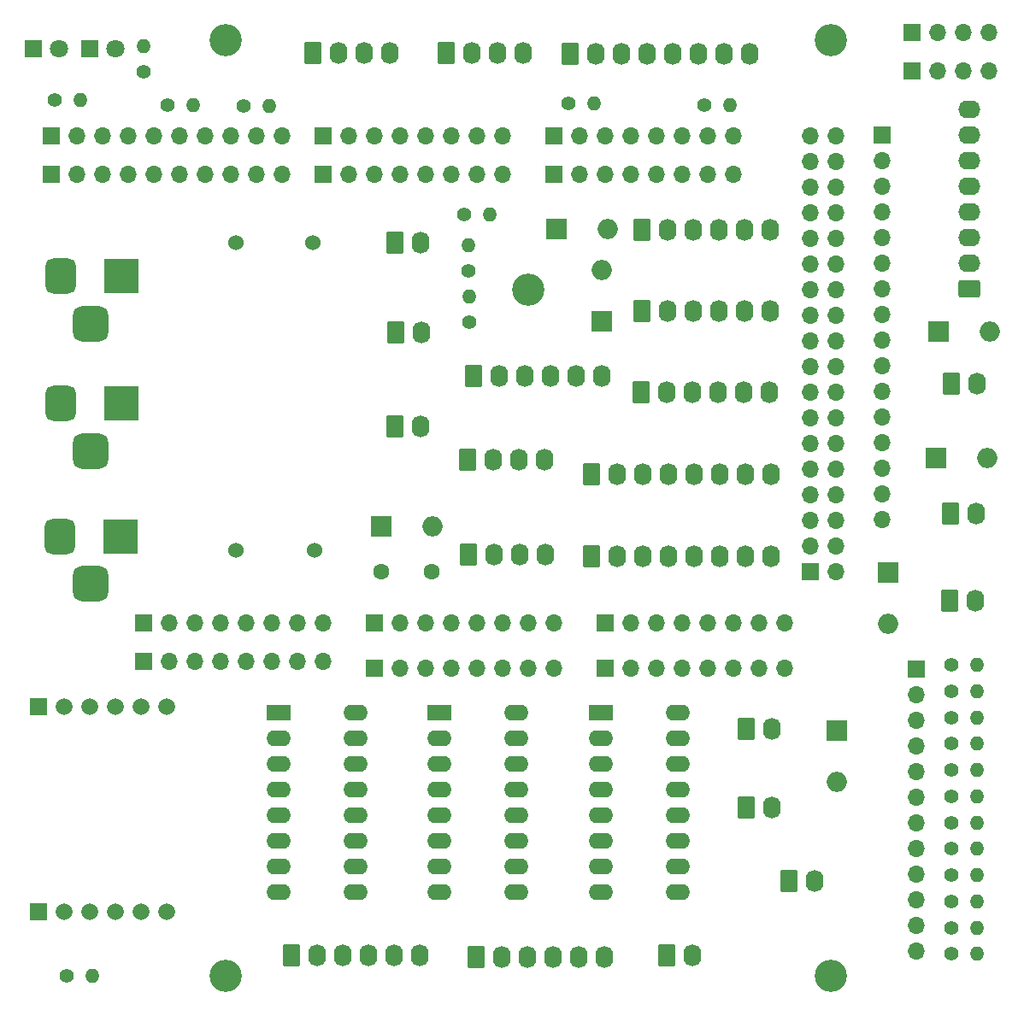
<source format=gbr>
%TF.GenerationSoftware,KiCad,Pcbnew,8.0.2-1*%
%TF.CreationDate,2024-08-19T19:44:12+10:00*%
%TF.ProjectId,Forward Console Combined Input and Output,466f7277-6172-4642-9043-6f6e736f6c65,rev?*%
%TF.SameCoordinates,Original*%
%TF.FileFunction,Soldermask,Bot*%
%TF.FilePolarity,Negative*%
%FSLAX46Y46*%
G04 Gerber Fmt 4.6, Leading zero omitted, Abs format (unit mm)*
G04 Created by KiCad (PCBNEW 8.0.2-1) date 2024-08-19 19:44:12*
%MOMM*%
%LPD*%
G01*
G04 APERTURE LIST*
G04 Aperture macros list*
%AMRoundRect*
0 Rectangle with rounded corners*
0 $1 Rounding radius*
0 $2 $3 $4 $5 $6 $7 $8 $9 X,Y pos of 4 corners*
0 Add a 4 corners polygon primitive as box body*
4,1,4,$2,$3,$4,$5,$6,$7,$8,$9,$2,$3,0*
0 Add four circle primitives for the rounded corners*
1,1,$1+$1,$2,$3*
1,1,$1+$1,$4,$5*
1,1,$1+$1,$6,$7*
1,1,$1+$1,$8,$9*
0 Add four rect primitives between the rounded corners*
20,1,$1+$1,$2,$3,$4,$5,0*
20,1,$1+$1,$4,$5,$6,$7,0*
20,1,$1+$1,$6,$7,$8,$9,0*
20,1,$1+$1,$8,$9,$2,$3,0*%
G04 Aperture macros list end*
%ADD10R,2.000000X2.000000*%
%ADD11O,2.000000X2.000000*%
%ADD12RoundRect,0.250000X-0.620000X-0.845000X0.620000X-0.845000X0.620000X0.845000X-0.620000X0.845000X0*%
%ADD13O,1.740000X2.190000*%
%ADD14R,1.700000X1.700000*%
%ADD15O,1.700000X1.700000*%
%ADD16C,1.400000*%
%ADD17O,1.400000X1.400000*%
%ADD18R,2.400000X1.600000*%
%ADD19O,2.400000X1.600000*%
%ADD20C,3.200000*%
%ADD21R,3.500000X3.500000*%
%ADD22RoundRect,0.750000X-0.750000X-1.000000X0.750000X-1.000000X0.750000X1.000000X-0.750000X1.000000X0*%
%ADD23RoundRect,0.875000X-0.875000X-0.875000X0.875000X-0.875000X0.875000X0.875000X-0.875000X0.875000X0*%
%ADD24RoundRect,0.250000X0.845000X-0.620000X0.845000X0.620000X-0.845000X0.620000X-0.845000X-0.620000X0*%
%ADD25O,2.190000X1.740000*%
%ADD26C,1.524000*%
%ADD27R,1.800000X1.800000*%
%ADD28C,1.800000*%
%ADD29R,1.665000X1.665000*%
%ADD30C,1.665000*%
%ADD31C,1.600000*%
G04 APERTURE END LIST*
D10*
%TO.C,D28*%
X168810000Y-58400000D03*
D11*
X173890000Y-58400000D03*
%TD*%
D10*
%TO.C,D25*%
X173300000Y-67590000D03*
D11*
X173300000Y-62510000D03*
%TD*%
D12*
%TO.C,J55*%
X160600000Y-73000000D03*
D13*
X163140000Y-73000000D03*
X165680000Y-73000000D03*
X168220000Y-73000000D03*
X170760000Y-73000000D03*
X173300000Y-73000000D03*
%TD*%
D14*
%TO.C,J45*%
X193980000Y-92380000D03*
D15*
X196520000Y-92380000D03*
X193980000Y-89840000D03*
X196520000Y-89840000D03*
X193980000Y-87300000D03*
X196520000Y-87300000D03*
X193980000Y-84760000D03*
X196520000Y-84760000D03*
X193980000Y-82220000D03*
X196520000Y-82220000D03*
X193980000Y-79680000D03*
X196520000Y-79680000D03*
X193980000Y-77140000D03*
X196520000Y-77140000D03*
X193980000Y-74600000D03*
X196520000Y-74600000D03*
X193980000Y-72060000D03*
X196520000Y-72060000D03*
X193980000Y-69520000D03*
X196520000Y-69520000D03*
X193980000Y-66980000D03*
X196520000Y-66980000D03*
X193980000Y-64440000D03*
X196520000Y-64440000D03*
X193980000Y-61900000D03*
X196520000Y-61900000D03*
X193980000Y-59360000D03*
X196520000Y-59360000D03*
X193980000Y-56820000D03*
X196520000Y-56820000D03*
X193980000Y-54280000D03*
X196520000Y-54280000D03*
X193980000Y-51740000D03*
X196520000Y-51740000D03*
X193980000Y-49200000D03*
X196520000Y-49200000D03*
%TD*%
D14*
%TO.C,J42*%
X127940000Y-97460000D03*
D15*
X130480000Y-97460000D03*
X133020000Y-97460000D03*
X135560000Y-97460000D03*
X138100000Y-97460000D03*
X140640000Y-97460000D03*
X143180000Y-97460000D03*
X145720000Y-97460000D03*
%TD*%
D14*
%TO.C,J43*%
X150800000Y-97460000D03*
D15*
X153340000Y-97460000D03*
X155880000Y-97460000D03*
X158420000Y-97460000D03*
X160960000Y-97460000D03*
X163500000Y-97460000D03*
X166040000Y-97460000D03*
X168580000Y-97460000D03*
%TD*%
D14*
%TO.C,J44*%
X173660000Y-97460000D03*
D15*
X176200000Y-97460000D03*
X178740000Y-97460000D03*
X181280000Y-97460000D03*
X183820000Y-97460000D03*
X186360000Y-97460000D03*
X188900000Y-97460000D03*
X191440000Y-97460000D03*
%TD*%
D14*
%TO.C,J46*%
X118796000Y-49200000D03*
D15*
X121336000Y-49200000D03*
X123876000Y-49200000D03*
X126416000Y-49200000D03*
X128956000Y-49200000D03*
X131496000Y-49200000D03*
X134036000Y-49200000D03*
X136576000Y-49200000D03*
X139116000Y-49200000D03*
X141656000Y-49200000D03*
%TD*%
D14*
%TO.C,J47*%
X145720000Y-49200000D03*
D15*
X148260000Y-49200000D03*
X150800000Y-49200000D03*
X153340000Y-49200000D03*
X155880000Y-49200000D03*
X158420000Y-49200000D03*
X160960000Y-49200000D03*
X163500000Y-49200000D03*
%TD*%
D14*
%TO.C,J48*%
X168580000Y-49200000D03*
D15*
X171120000Y-49200000D03*
X173660000Y-49200000D03*
X176200000Y-49200000D03*
X178740000Y-49200000D03*
X181280000Y-49200000D03*
X183820000Y-49200000D03*
X186360000Y-49200000D03*
%TD*%
D12*
%TO.C,J13*%
X172260000Y-82700000D03*
D13*
X174800000Y-82700000D03*
X177340000Y-82700000D03*
X179880000Y-82700000D03*
X182420000Y-82700000D03*
X184960000Y-82700000D03*
X187500000Y-82700000D03*
X190040000Y-82700000D03*
%TD*%
D12*
%TO.C,J57*%
X157860000Y-41000000D03*
D13*
X160400000Y-41000000D03*
X162940000Y-41000000D03*
X165480000Y-41000000D03*
%TD*%
D16*
%TO.C,R4*%
X119100000Y-45644000D03*
D17*
X121640000Y-45644000D03*
%TD*%
D16*
%TO.C,R16*%
X207900000Y-101590000D03*
D17*
X210440000Y-101590000D03*
%TD*%
D18*
%TO.C,U2*%
X173180000Y-106310000D03*
D19*
X173180000Y-108850000D03*
X173180000Y-111390000D03*
X173180000Y-113930000D03*
X173180000Y-116470000D03*
X173180000Y-119010000D03*
X173180000Y-121550000D03*
X173180000Y-124090000D03*
X180800000Y-124090000D03*
X180800000Y-121550000D03*
X180800000Y-119010000D03*
X180800000Y-116470000D03*
X180800000Y-113930000D03*
X180800000Y-111390000D03*
X180800000Y-108850000D03*
X180800000Y-106310000D03*
%TD*%
D12*
%TO.C,J3*%
X187580000Y-115720000D03*
D13*
X190120000Y-115720000D03*
%TD*%
D16*
%TO.C,R32*%
X137850000Y-46200000D03*
D17*
X140390000Y-46200000D03*
%TD*%
D16*
%TO.C,R19*%
X207900000Y-109403600D03*
D17*
X210440000Y-109403600D03*
%TD*%
D16*
%TO.C,R5*%
X120325000Y-132385000D03*
D17*
X122865000Y-132385000D03*
%TD*%
D12*
%TO.C,J51*%
X160830000Y-130500000D03*
D13*
X163370000Y-130500000D03*
X165910000Y-130500000D03*
X168450000Y-130500000D03*
X170990000Y-130500000D03*
X173530000Y-130500000D03*
%TD*%
D14*
%TO.C,J33*%
X173660000Y-101905000D03*
D15*
X176200000Y-101905000D03*
X178740000Y-101905000D03*
X181280000Y-101905000D03*
X183820000Y-101905000D03*
X186360000Y-101905000D03*
X188900000Y-101905000D03*
X191440000Y-101905000D03*
%TD*%
D10*
%TO.C,D24*%
X206660000Y-68600000D03*
D11*
X211740000Y-68600000D03*
%TD*%
D12*
%TO.C,J56*%
X160010000Y-81300000D03*
D13*
X162550000Y-81300000D03*
X165090000Y-81300000D03*
X167630000Y-81300000D03*
%TD*%
D20*
%TO.C,H2*%
X196020000Y-132385000D03*
%TD*%
D14*
%TO.C,J2*%
X204450000Y-102000000D03*
D15*
X204450000Y-104540000D03*
X204450000Y-107080000D03*
X204450000Y-109620000D03*
X204450000Y-112160000D03*
X204450000Y-114700000D03*
X204450000Y-117240000D03*
X204450000Y-119780000D03*
X204450000Y-122320000D03*
X204450000Y-124860000D03*
X204450000Y-127400000D03*
X204450000Y-129940000D03*
%TD*%
D10*
%TO.C,D8*%
X206410000Y-81100000D03*
D11*
X211490000Y-81100000D03*
%TD*%
D10*
%TO.C,D22*%
X196550000Y-108100000D03*
D11*
X196550000Y-113180000D03*
%TD*%
D12*
%TO.C,J53*%
X191880000Y-122970000D03*
D13*
X194420000Y-122970000D03*
%TD*%
D12*
%TO.C,J5*%
X177160000Y-74550000D03*
D13*
X179700000Y-74550000D03*
X182240000Y-74550000D03*
X184780000Y-74550000D03*
X187320000Y-74550000D03*
X189860000Y-74550000D03*
%TD*%
D21*
%TO.C,J54*%
X125700000Y-75700000D03*
D22*
X119700000Y-75700000D03*
D23*
X122700000Y-80400000D03*
%TD*%
D14*
%TO.C,J41*%
X127940000Y-101270000D03*
D15*
X130480000Y-101270000D03*
X133020000Y-101270000D03*
X135560000Y-101270000D03*
X138100000Y-101270000D03*
X140640000Y-101270000D03*
X143180000Y-101270000D03*
X145720000Y-101270000D03*
%TD*%
D12*
%TO.C,J63*%
X152840000Y-59720000D03*
D13*
X155380000Y-59720000D03*
%TD*%
D12*
%TO.C,J23*%
X187580000Y-107970000D03*
D13*
X190120000Y-107970000D03*
%TD*%
D16*
%TO.C,R1*%
X160150000Y-67620000D03*
D17*
X160150000Y-65080000D03*
%TD*%
D12*
%TO.C,J58*%
X144690000Y-40970000D03*
D13*
X147230000Y-40970000D03*
X149770000Y-40970000D03*
X152310000Y-40970000D03*
%TD*%
D14*
%TO.C,J10*%
X204000000Y-42760000D03*
D15*
X206540000Y-42760000D03*
X209080000Y-42760000D03*
X211620000Y-42760000D03*
%TD*%
D16*
%TO.C,R18*%
X207900000Y-106799100D03*
D17*
X210440000Y-106799100D03*
%TD*%
D16*
%TO.C,R30*%
X183460000Y-46100000D03*
D17*
X186000000Y-46100000D03*
%TD*%
D12*
%TO.C,J28*%
X207930000Y-73720000D03*
D13*
X210470000Y-73720000D03*
%TD*%
D16*
%TO.C,R20*%
X207900000Y-112008200D03*
D17*
X210440000Y-112008200D03*
%TD*%
D12*
%TO.C,J36*%
X177260000Y-58450000D03*
D13*
X179800000Y-58450000D03*
X182340000Y-58450000D03*
X184880000Y-58450000D03*
X187420000Y-58450000D03*
X189960000Y-58450000D03*
%TD*%
D12*
%TO.C,J17*%
X160120000Y-90670000D03*
D13*
X162660000Y-90670000D03*
X165200000Y-90670000D03*
X167740000Y-90670000D03*
%TD*%
D16*
%TO.C,R21*%
X207900000Y-114612700D03*
D17*
X210440000Y-114612700D03*
%TD*%
D12*
%TO.C,J62*%
X152780000Y-77970000D03*
D13*
X155320000Y-77970000D03*
%TD*%
D12*
%TO.C,J18*%
X207880000Y-86570000D03*
D13*
X210420000Y-86570000D03*
%TD*%
D20*
%TO.C,H3*%
X196020000Y-39675000D03*
%TD*%
D16*
%TO.C,R27*%
X207900000Y-130240000D03*
D17*
X210440000Y-130240000D03*
%TD*%
D14*
%TO.C,J26*%
X168580000Y-53010000D03*
D15*
X171120000Y-53010000D03*
X173660000Y-53010000D03*
X176200000Y-53010000D03*
X178740000Y-53010000D03*
X181280000Y-53010000D03*
X183820000Y-53010000D03*
X186360000Y-53010000D03*
%TD*%
D16*
%TO.C,R17*%
X207900000Y-104194500D03*
D17*
X210440000Y-104194500D03*
%TD*%
D24*
%TO.C,J12*%
X209700000Y-64340000D03*
D25*
X209700000Y-61800000D03*
X209700000Y-59260000D03*
X209700000Y-56720000D03*
X209700000Y-54180000D03*
X209700000Y-51640000D03*
X209700000Y-49100000D03*
X209700000Y-46560000D03*
%TD*%
D16*
%TO.C,R26*%
X207900000Y-127635400D03*
D17*
X210440000Y-127635400D03*
%TD*%
D12*
%TO.C,J21*%
X170170000Y-41050000D03*
D13*
X172710000Y-41050000D03*
X175250000Y-41050000D03*
X177790000Y-41050000D03*
X180330000Y-41050000D03*
X182870000Y-41050000D03*
X185410000Y-41050000D03*
X187950000Y-41050000D03*
%TD*%
D16*
%TO.C,R23*%
X207900000Y-119821800D03*
D17*
X210440000Y-119821800D03*
%TD*%
D18*
%TO.C,U5*%
X141330000Y-106310000D03*
D19*
X141330000Y-108850000D03*
X141330000Y-111390000D03*
X141330000Y-113930000D03*
X141330000Y-116470000D03*
X141330000Y-119010000D03*
X141330000Y-121550000D03*
X141330000Y-124090000D03*
X148950000Y-124090000D03*
X148950000Y-121550000D03*
X148950000Y-119010000D03*
X148950000Y-116470000D03*
X148950000Y-113930000D03*
X148950000Y-111390000D03*
X148950000Y-108850000D03*
X148950000Y-106310000D03*
%TD*%
D12*
%TO.C,J61*%
X152930000Y-68670000D03*
D13*
X155470000Y-68670000D03*
%TD*%
D21*
%TO.C,J22*%
X125660000Y-88882500D03*
D22*
X119660000Y-88882500D03*
D23*
X122660000Y-93582500D03*
%TD*%
D14*
%TO.C,J1*%
X201050000Y-49100000D03*
D15*
X201050000Y-51640000D03*
X201050000Y-54180000D03*
X201050000Y-56720000D03*
X201050000Y-59260000D03*
X201050000Y-61800000D03*
X201050000Y-64340000D03*
X201050000Y-66880000D03*
X201050000Y-69420000D03*
X201050000Y-71960000D03*
X201050000Y-74500000D03*
X201050000Y-77040000D03*
X201050000Y-79580000D03*
X201050000Y-82120000D03*
X201050000Y-84660000D03*
X201050000Y-87200000D03*
%TD*%
D14*
%TO.C,J25*%
X145720000Y-53010000D03*
D15*
X148260000Y-53010000D03*
X150800000Y-53010000D03*
X153340000Y-53010000D03*
X155880000Y-53010000D03*
X158420000Y-53010000D03*
X160960000Y-53010000D03*
X163500000Y-53010000D03*
%TD*%
D14*
%TO.C,J32*%
X150800000Y-101905000D03*
D15*
X153340000Y-101905000D03*
X155880000Y-101905000D03*
X158420000Y-101905000D03*
X160960000Y-101905000D03*
X163500000Y-101905000D03*
X166040000Y-101905000D03*
X168580000Y-101905000D03*
%TD*%
D16*
%TO.C,R24*%
X207900000Y-122426400D03*
D17*
X210440000Y-122426400D03*
%TD*%
D12*
%TO.C,J7*%
X177260000Y-66500000D03*
D13*
X179800000Y-66500000D03*
X182340000Y-66500000D03*
X184880000Y-66500000D03*
X187420000Y-66500000D03*
X189960000Y-66500000D03*
%TD*%
D16*
%TO.C,R29*%
X170030000Y-46000000D03*
D17*
X172570000Y-46000000D03*
%TD*%
D16*
%TO.C,R25*%
X207900000Y-125030900D03*
D17*
X210440000Y-125030900D03*
%TD*%
D26*
%TO.C,U7*%
X137044000Y-59730000D03*
X144664000Y-59730000D03*
X144844000Y-90230000D03*
X137044000Y-90230000D03*
%TD*%
D18*
%TO.C,U3*%
X157255000Y-106310000D03*
D19*
X157255000Y-108850000D03*
X157255000Y-111390000D03*
X157255000Y-113930000D03*
X157255000Y-116470000D03*
X157255000Y-119010000D03*
X157255000Y-121550000D03*
X157255000Y-124090000D03*
X164875000Y-124090000D03*
X164875000Y-121550000D03*
X164875000Y-119010000D03*
X164875000Y-116470000D03*
X164875000Y-113930000D03*
X164875000Y-111390000D03*
X164875000Y-108850000D03*
X164875000Y-106310000D03*
%TD*%
D21*
%TO.C,J20*%
X125700000Y-63065000D03*
D22*
X119700000Y-63065000D03*
D23*
X122700000Y-67765000D03*
%TD*%
D27*
%TO.C,D1*%
X122601000Y-40564000D03*
D28*
X125141000Y-40564000D03*
%TD*%
D16*
%TO.C,R31*%
X130250000Y-46100000D03*
D17*
X132790000Y-46100000D03*
%TD*%
D10*
%TO.C,D7*%
X151450000Y-87900000D03*
D11*
X156530000Y-87900000D03*
%TD*%
D14*
%TO.C,J15*%
X204000000Y-38950000D03*
D15*
X206540000Y-38950000D03*
X209080000Y-38950000D03*
X211620000Y-38950000D03*
%TD*%
D16*
%TO.C,R3*%
X127940000Y-42800000D03*
D17*
X127940000Y-40260000D03*
%TD*%
D16*
%TO.C,R2*%
X160100000Y-62520000D03*
D17*
X160100000Y-59980000D03*
%TD*%
D10*
%TO.C,D23*%
X201700000Y-92470000D03*
D11*
X201700000Y-97550000D03*
%TD*%
D16*
%TO.C,R28*%
X159680000Y-56950000D03*
D17*
X162220000Y-56950000D03*
%TD*%
D20*
%TO.C,MH1*%
X166040000Y-64440000D03*
%TD*%
D29*
%TO.C,U1*%
X117495000Y-126035000D03*
D30*
X120035000Y-126035000D03*
X122575000Y-126035000D03*
X125115000Y-126035000D03*
X127655000Y-126035000D03*
X130195000Y-126035000D03*
D29*
X117495000Y-105715000D03*
D30*
X120035000Y-105715000D03*
X122575000Y-105715000D03*
X125115000Y-105715000D03*
X127655000Y-105715000D03*
X130195000Y-105715000D03*
%TD*%
D14*
%TO.C,J24*%
X118796000Y-52985000D03*
D15*
X121336000Y-52985000D03*
X123876000Y-52985000D03*
X126416000Y-52985000D03*
X128956000Y-52985000D03*
X131496000Y-52985000D03*
X134036000Y-52985000D03*
X136576000Y-52985000D03*
X139116000Y-52985000D03*
X141656000Y-52985000D03*
%TD*%
D20*
%TO.C,H1*%
X136020000Y-132385000D03*
%TD*%
D12*
%TO.C,J4*%
X172260000Y-90800000D03*
D13*
X174800000Y-90800000D03*
X177340000Y-90800000D03*
X179880000Y-90800000D03*
X182420000Y-90800000D03*
X184960000Y-90800000D03*
X187500000Y-90800000D03*
X190040000Y-90800000D03*
%TD*%
D12*
%TO.C,J49*%
X179760000Y-130350000D03*
D13*
X182300000Y-130350000D03*
%TD*%
D16*
%TO.C,R22*%
X207900000Y-117217300D03*
D17*
X210440000Y-117217300D03*
%TD*%
D27*
%TO.C,D2*%
X117013000Y-40564000D03*
D28*
X119553000Y-40564000D03*
%TD*%
D12*
%TO.C,J52*%
X142530000Y-130350000D03*
D13*
X145070000Y-130350000D03*
X147610000Y-130350000D03*
X150150000Y-130350000D03*
X152690000Y-130350000D03*
X155230000Y-130350000D03*
%TD*%
D31*
%TO.C,C2*%
X151435000Y-92380000D03*
X156435000Y-92380000D03*
%TD*%
D12*
%TO.C,J27*%
X207730000Y-95270000D03*
D13*
X210270000Y-95270000D03*
%TD*%
D20*
%TO.C,H4*%
X136020000Y-39675000D03*
%TD*%
M02*

</source>
